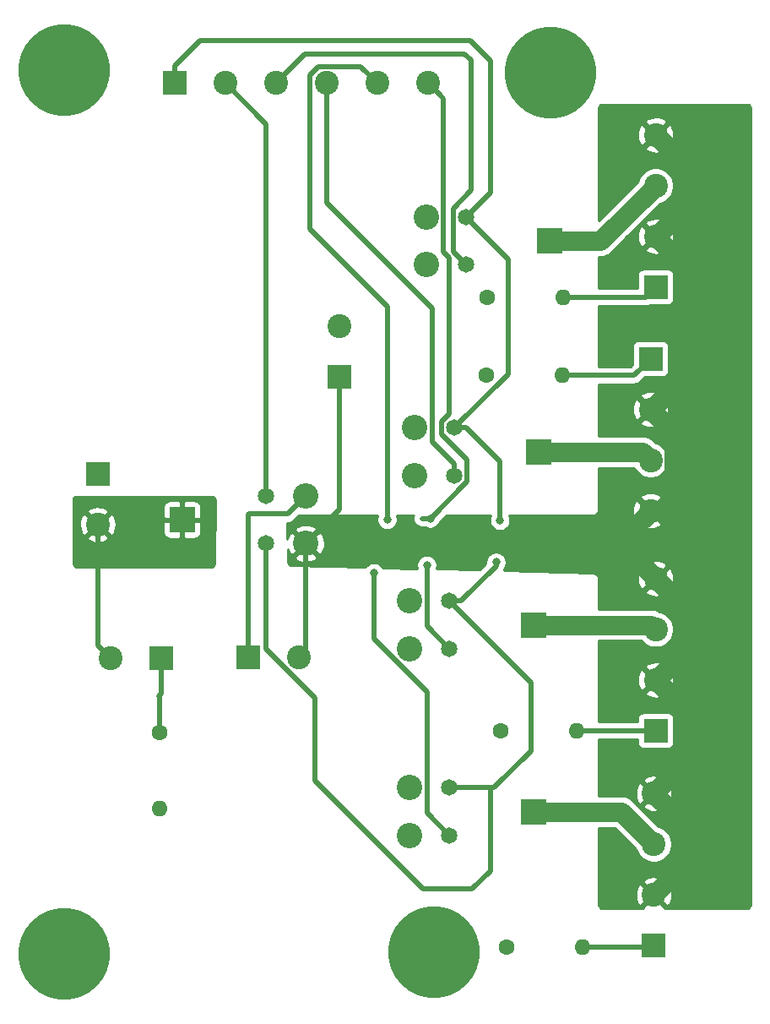
<source format=gbr>
G04 #@! TF.GenerationSoftware,KiCad,Pcbnew,(5.1.4)-1*
G04 #@! TF.CreationDate,2023-06-30T15:23:11-04:00*
G04 #@! TF.ProjectId,4ChWirelessLaunchController,34436857-6972-4656-9c65-73734c61756e,rev?*
G04 #@! TF.SameCoordinates,Original*
G04 #@! TF.FileFunction,Copper,L1,Top*
G04 #@! TF.FilePolarity,Positive*
%FSLAX46Y46*%
G04 Gerber Fmt 4.6, Leading zero omitted, Abs format (unit mm)*
G04 Created by KiCad (PCBNEW (5.1.4)-1) date 2023-06-30 15:23:11*
%MOMM*%
%LPD*%
G04 APERTURE LIST*
%ADD10C,9.200000*%
%ADD11R,2.400000X2.400000*%
%ADD12C,2.400000*%
%ADD13O,1.600000X1.600000*%
%ADD14C,1.600000*%
%ADD15C,2.550000*%
%ADD16R,2.550000X2.550000*%
%ADD17C,1.650000*%
%ADD18C,0.800000*%
%ADD19C,0.508000*%
%ADD20C,1.905000*%
%ADD21C,0.254000*%
G04 APERTURE END LIST*
D10*
X107188000Y-220472000D03*
X118872000Y-132334000D03*
X70104000Y-220662500D03*
X70104000Y-132080000D03*
D11*
X79819500Y-191071500D03*
D12*
X74739500Y-191071500D03*
D13*
X121475500Y-198310500D03*
D14*
X113855500Y-198310500D03*
D13*
X122110500Y-219964000D03*
D14*
X114490500Y-219964000D03*
D13*
X120078500Y-162687000D03*
D14*
X112458500Y-162687000D03*
D13*
X120142000Y-154876500D03*
D14*
X112522000Y-154876500D03*
D13*
X79629000Y-206121000D03*
D14*
X79629000Y-198501000D03*
D15*
X104734500Y-185306000D03*
X104734500Y-190106000D03*
D16*
X117134500Y-187706000D03*
D17*
X108734500Y-185306000D03*
X108734500Y-190106000D03*
D15*
X104734500Y-204038500D03*
X104734500Y-208838500D03*
D16*
X117134500Y-206438500D03*
D17*
X108734500Y-204038500D03*
X108734500Y-208838500D03*
D15*
X105242500Y-167970500D03*
X105242500Y-172770500D03*
D16*
X117642500Y-170370500D03*
D17*
X109242500Y-167970500D03*
X109242500Y-172770500D03*
D15*
X106385500Y-146825000D03*
X106385500Y-151625000D03*
D16*
X118785500Y-149225000D03*
D17*
X110385500Y-146825000D03*
X110385500Y-151625000D03*
D15*
X94338000Y-179565000D03*
X94338000Y-174765000D03*
D16*
X81938000Y-177165000D03*
D17*
X90338000Y-179565000D03*
X90338000Y-174765000D03*
D11*
X88519000Y-190944500D03*
D12*
X93599000Y-190944500D03*
D11*
X97726500Y-162877500D03*
D12*
X97726500Y-157797500D03*
D11*
X129413000Y-198310500D03*
D12*
X129413000Y-193230500D03*
X129413000Y-188150500D03*
X129413000Y-183070500D03*
D11*
X129222500Y-219837000D03*
D12*
X129222500Y-214757000D03*
X129222500Y-209677000D03*
X129222500Y-204597000D03*
D11*
X128905000Y-161036000D03*
D12*
X128905000Y-166116000D03*
X128905000Y-171196000D03*
X128905000Y-176276000D03*
D11*
X129413000Y-153860500D03*
D12*
X129413000Y-148780500D03*
X129413000Y-143700500D03*
X129413000Y-138620500D03*
D11*
X81153000Y-133413500D03*
D12*
X86233000Y-133413500D03*
X91313000Y-133413500D03*
X96393000Y-133413500D03*
X101473000Y-133413500D03*
X106553000Y-133413500D03*
D11*
X73469500Y-172593000D03*
D12*
X73469500Y-177673000D03*
D18*
X113411000Y-181419500D03*
X113792000Y-177228500D03*
X101155500Y-182499000D03*
X102489000Y-177165000D03*
X106807000Y-177038000D03*
X106463501Y-181711001D03*
D19*
X73469500Y-189801500D02*
X74739500Y-191071500D01*
X73469500Y-177673000D02*
X73469500Y-189801500D01*
X81153000Y-131705500D02*
X83699500Y-129159000D01*
X81153000Y-133413500D02*
X81153000Y-131705500D01*
X83699500Y-129159000D02*
X110807500Y-129159000D01*
X110807500Y-129159000D02*
X112839500Y-131191000D01*
X112839500Y-144371000D02*
X110385500Y-146825000D01*
X112839500Y-131191000D02*
X112839500Y-144371000D01*
X110385500Y-146825000D02*
X114617500Y-151057000D01*
X114617500Y-162595500D02*
X109242500Y-167970500D01*
X114617500Y-151057000D02*
X114617500Y-162595500D01*
X110409226Y-167970500D02*
X113792000Y-171353274D01*
X109242500Y-167970500D02*
X110409226Y-167970500D01*
X113792000Y-171353274D02*
X113792000Y-177228500D01*
X109901226Y-185306000D02*
X113411000Y-181796226D01*
X108734500Y-185306000D02*
X109901226Y-185306000D01*
X113411000Y-181796226D02*
X113411000Y-181419500D01*
X113411000Y-181419500D02*
X113411000Y-181419500D01*
X113792000Y-177228500D02*
X113792000Y-177228500D01*
X116903500Y-200342500D02*
X113207500Y-204038500D01*
X108734500Y-185306000D02*
X116903500Y-193475000D01*
X90338000Y-190131422D02*
X95215078Y-195008500D01*
X90338000Y-179565000D02*
X90338000Y-190131422D01*
X116903500Y-193475000D02*
X116903500Y-200342500D01*
X95215078Y-195008500D02*
X95215078Y-203355578D01*
X95215078Y-203355578D02*
X106045000Y-214185500D01*
X106045000Y-214185500D02*
X110998000Y-214185500D01*
X112826500Y-212357000D02*
X112826500Y-204038500D01*
X110998000Y-214185500D02*
X112826500Y-212357000D01*
X113207500Y-204038500D02*
X112826500Y-204038500D01*
X112826500Y-204038500D02*
X108734500Y-204038500D01*
X90338000Y-137518500D02*
X86233000Y-133413500D01*
X90338000Y-174765000D02*
X90338000Y-137518500D01*
X110236000Y-130492500D02*
X94234000Y-130492500D01*
X110871000Y-131127500D02*
X110236000Y-130492500D01*
X110934500Y-144145000D02*
X110934500Y-133604000D01*
X110934500Y-133604000D02*
X110871000Y-133540500D01*
X94234000Y-130492500D02*
X91313000Y-133413500D01*
X110871000Y-133540500D02*
X110871000Y-131127500D01*
X109106499Y-145973001D02*
X110934500Y-144145000D01*
X109106499Y-150345999D02*
X109106499Y-145973001D01*
X110385500Y-151625000D02*
X109106499Y-150345999D01*
X106971501Y-169332775D02*
X106971501Y-155993501D01*
X109242500Y-172770500D02*
X109242500Y-171603774D01*
X109242500Y-171603774D02*
X106971501Y-169332775D01*
X96393000Y-145415000D02*
X96393000Y-133413500D01*
X106971501Y-155993501D02*
X96393000Y-145415000D01*
X94738999Y-132619579D02*
X94738999Y-148015499D01*
X95599079Y-131759499D02*
X94738999Y-132619579D01*
X101473000Y-133413500D02*
X99818999Y-131759499D01*
X99818999Y-131759499D02*
X95599079Y-131759499D01*
X94738999Y-148015499D02*
X102552500Y-155829000D01*
X102552500Y-155829000D02*
X102552500Y-176657000D01*
X106463501Y-194393923D02*
X101155500Y-189085922D01*
X108734500Y-208838500D02*
X106463501Y-206567501D01*
X106463501Y-206567501D02*
X106463501Y-194393923D01*
X101155500Y-189085922D02*
X101155500Y-182499000D01*
X101155500Y-182499000D02*
X101155500Y-182499000D01*
X102552500Y-176657000D02*
X102552500Y-177101500D01*
X110521501Y-173384421D02*
X106867922Y-177038000D01*
X108712000Y-166608078D02*
X107963499Y-167356579D01*
X107963499Y-167356579D02*
X107963499Y-168584421D01*
X107963499Y-168584421D02*
X110521501Y-171142423D01*
X110521501Y-171142423D02*
X110521501Y-173384421D01*
X106867922Y-177038000D02*
X106807000Y-177038000D01*
X106463501Y-187835001D02*
X106463501Y-181711001D01*
X108734500Y-190106000D02*
X106463501Y-187835001D01*
X106807000Y-177038000D02*
X105981500Y-177038000D01*
X106463501Y-181711001D02*
X106463501Y-181711001D01*
X107752999Y-134613499D02*
X106553000Y-133413500D01*
X108114501Y-134975001D02*
X107752999Y-134613499D01*
X108114501Y-150355278D02*
X108114501Y-134975001D01*
X108712000Y-150952777D02*
X108114501Y-150355278D01*
X108712000Y-166608078D02*
X108712000Y-150952777D01*
X128397000Y-154876500D02*
X129413000Y-153860500D01*
X120142000Y-154876500D02*
X128397000Y-154876500D01*
D20*
X125616000Y-179565000D02*
X128905000Y-176276000D01*
X130104999Y-167315999D02*
X128905000Y-166116000D01*
X131257501Y-168468501D02*
X130104999Y-167315999D01*
X131257501Y-175620555D02*
X131257501Y-168468501D01*
X130602056Y-176276000D02*
X131257501Y-175620555D01*
X128905000Y-176276000D02*
X130602056Y-176276000D01*
X133985000Y-161036000D02*
X133985000Y-151384000D01*
X128905000Y-166116000D02*
X133985000Y-161036000D01*
X132016500Y-151384000D02*
X129413000Y-148780500D01*
X133985000Y-151384000D02*
X132016500Y-151384000D01*
X129413000Y-148780500D02*
X133604000Y-144589500D01*
X133604000Y-142811500D02*
X129413000Y-138620500D01*
X133604000Y-144589500D02*
X133604000Y-142811500D01*
X125907500Y-179565000D02*
X129413000Y-183070500D01*
X125616000Y-179565000D02*
X125907500Y-179565000D01*
X129413000Y-183070500D02*
X133413500Y-187071000D01*
X133413500Y-189230000D02*
X129413000Y-193230500D01*
X133413500Y-187071000D02*
X133413500Y-189230000D01*
X130612999Y-194430499D02*
X130866999Y-194430499D01*
X129413000Y-193230500D02*
X130612999Y-194430499D01*
X130866999Y-194430499D02*
X133540500Y-197104000D01*
X133540500Y-200279000D02*
X129222500Y-204597000D01*
X133540500Y-197104000D02*
X133540500Y-200279000D01*
X129222500Y-204597000D02*
X132461000Y-207835500D01*
X132461000Y-207835500D02*
X132461000Y-213042500D01*
X130937000Y-213042500D02*
X129222500Y-214757000D01*
X132461000Y-213042500D02*
X130937000Y-213042500D01*
D19*
X94338000Y-190205500D02*
X93599000Y-190944500D01*
X94338000Y-179565000D02*
X94338000Y-190205500D01*
X97726500Y-173255500D02*
X97726500Y-162877500D01*
X95612999Y-178290001D02*
X95612999Y-178262501D01*
X94338000Y-179565000D02*
X95612999Y-178290001D01*
X97726500Y-176149000D02*
X97726500Y-173255500D01*
X95612999Y-178262501D02*
X97726500Y-176149000D01*
D20*
X123888500Y-149225000D02*
X129413000Y-143700500D01*
X118785500Y-149225000D02*
X123888500Y-149225000D01*
D19*
X127254000Y-162687000D02*
X128905000Y-161036000D01*
X120078500Y-162687000D02*
X127254000Y-162687000D01*
D20*
X128079500Y-170370500D02*
X128905000Y-171196000D01*
X117642500Y-170370500D02*
X128079500Y-170370500D01*
D19*
X129095500Y-219964000D02*
X129222500Y-219837000D01*
X122110500Y-219964000D02*
X129095500Y-219964000D01*
D20*
X117134500Y-206438500D02*
X125984000Y-206438500D01*
X125984000Y-206438500D02*
X129222500Y-209677000D01*
D19*
X121475500Y-198310500D02*
X129413000Y-198310500D01*
D20*
X128968500Y-187706000D02*
X129413000Y-188150500D01*
X117134500Y-187706000D02*
X128968500Y-187706000D01*
D19*
X94338000Y-174765000D02*
X92509500Y-176593500D01*
X92509500Y-176593500D02*
X88646000Y-176593500D01*
X88519000Y-176720500D02*
X88519000Y-190944500D01*
X88646000Y-176593500D02*
X88519000Y-176720500D01*
X79819500Y-194627500D02*
X79565500Y-194881500D01*
X79819500Y-191071500D02*
X79819500Y-194627500D01*
X79629000Y-194945000D02*
X79629000Y-198501000D01*
X79565500Y-194881500D02*
X79629000Y-194945000D01*
D21*
G36*
X132972714Y-174306433D02*
G01*
X133282478Y-184652569D01*
X130432156Y-184536702D01*
X130511374Y-184348480D01*
X129413000Y-183250105D01*
X128314626Y-184348480D01*
X128358364Y-184452402D01*
X125732382Y-184345655D01*
X125756003Y-183125184D01*
X127569933Y-183125184D01*
X127616015Y-183483698D01*
X127731154Y-183826333D01*
X127850164Y-184048986D01*
X128135020Y-184168874D01*
X129233395Y-183070500D01*
X129592605Y-183070500D01*
X130690980Y-184168874D01*
X130975836Y-184048986D01*
X131136699Y-183725290D01*
X131231322Y-183376431D01*
X131256067Y-183015816D01*
X131209985Y-182657302D01*
X131094846Y-182314667D01*
X130975836Y-182092014D01*
X130690980Y-181972126D01*
X129592605Y-183070500D01*
X129233395Y-183070500D01*
X128135020Y-181972126D01*
X127850164Y-182092014D01*
X127689301Y-182415710D01*
X127594678Y-182764569D01*
X127569933Y-183125184D01*
X125756003Y-183125184D01*
X125781796Y-181792520D01*
X128314626Y-181792520D01*
X129413000Y-182890895D01*
X130511374Y-181792520D01*
X130391486Y-181507664D01*
X130067790Y-181346801D01*
X129718931Y-181252178D01*
X129358316Y-181227433D01*
X128999802Y-181273515D01*
X128657167Y-181388654D01*
X128434514Y-181507664D01*
X128314626Y-181792520D01*
X125781796Y-181792520D01*
X125863833Y-177553980D01*
X127806626Y-177553980D01*
X127926514Y-177838836D01*
X128250210Y-177999699D01*
X128599069Y-178094322D01*
X128959684Y-178119067D01*
X129318198Y-178072985D01*
X129660833Y-177957846D01*
X129883486Y-177838836D01*
X130003374Y-177553980D01*
X128905000Y-176455605D01*
X127806626Y-177553980D01*
X125863833Y-177553980D01*
X125887510Y-176330684D01*
X127061933Y-176330684D01*
X127108015Y-176689198D01*
X127223154Y-177031833D01*
X127342164Y-177254486D01*
X127627020Y-177374374D01*
X128725395Y-176276000D01*
X129084605Y-176276000D01*
X130182980Y-177374374D01*
X130467836Y-177254486D01*
X130628699Y-176930790D01*
X130723322Y-176581931D01*
X130748067Y-176221316D01*
X130701985Y-175862802D01*
X130586846Y-175520167D01*
X130467836Y-175297514D01*
X130182980Y-175177626D01*
X129084605Y-176276000D01*
X128725395Y-176276000D01*
X127627020Y-175177626D01*
X127342164Y-175297514D01*
X127181301Y-175621210D01*
X127086678Y-175970069D01*
X127061933Y-176330684D01*
X125887510Y-176330684D01*
X125913303Y-174998020D01*
X127806626Y-174998020D01*
X128905000Y-176096395D01*
X130003374Y-174998020D01*
X129883486Y-174713164D01*
X129559790Y-174552301D01*
X129210931Y-174457678D01*
X128850316Y-174432933D01*
X128491802Y-174479015D01*
X128149167Y-174594154D01*
X127926514Y-174713164D01*
X127806626Y-174998020D01*
X125913303Y-174998020D01*
X125920476Y-174627458D01*
X125920500Y-174625000D01*
X125920500Y-174245109D01*
X132972714Y-174306433D01*
X132972714Y-174306433D01*
G37*
X132972714Y-174306433D02*
X133282478Y-184652569D01*
X130432156Y-184536702D01*
X130511374Y-184348480D01*
X129413000Y-183250105D01*
X128314626Y-184348480D01*
X128358364Y-184452402D01*
X125732382Y-184345655D01*
X125756003Y-183125184D01*
X127569933Y-183125184D01*
X127616015Y-183483698D01*
X127731154Y-183826333D01*
X127850164Y-184048986D01*
X128135020Y-184168874D01*
X129233395Y-183070500D01*
X129592605Y-183070500D01*
X130690980Y-184168874D01*
X130975836Y-184048986D01*
X131136699Y-183725290D01*
X131231322Y-183376431D01*
X131256067Y-183015816D01*
X131209985Y-182657302D01*
X131094846Y-182314667D01*
X130975836Y-182092014D01*
X130690980Y-181972126D01*
X129592605Y-183070500D01*
X129233395Y-183070500D01*
X128135020Y-181972126D01*
X127850164Y-182092014D01*
X127689301Y-182415710D01*
X127594678Y-182764569D01*
X127569933Y-183125184D01*
X125756003Y-183125184D01*
X125781796Y-181792520D01*
X128314626Y-181792520D01*
X129413000Y-182890895D01*
X130511374Y-181792520D01*
X130391486Y-181507664D01*
X130067790Y-181346801D01*
X129718931Y-181252178D01*
X129358316Y-181227433D01*
X128999802Y-181273515D01*
X128657167Y-181388654D01*
X128434514Y-181507664D01*
X128314626Y-181792520D01*
X125781796Y-181792520D01*
X125863833Y-177553980D01*
X127806626Y-177553980D01*
X127926514Y-177838836D01*
X128250210Y-177999699D01*
X128599069Y-178094322D01*
X128959684Y-178119067D01*
X129318198Y-178072985D01*
X129660833Y-177957846D01*
X129883486Y-177838836D01*
X130003374Y-177553980D01*
X128905000Y-176455605D01*
X127806626Y-177553980D01*
X125863833Y-177553980D01*
X125887510Y-176330684D01*
X127061933Y-176330684D01*
X127108015Y-176689198D01*
X127223154Y-177031833D01*
X127342164Y-177254486D01*
X127627020Y-177374374D01*
X128725395Y-176276000D01*
X129084605Y-176276000D01*
X130182980Y-177374374D01*
X130467836Y-177254486D01*
X130628699Y-176930790D01*
X130723322Y-176581931D01*
X130748067Y-176221316D01*
X130701985Y-175862802D01*
X130586846Y-175520167D01*
X130467836Y-175297514D01*
X130182980Y-175177626D01*
X129084605Y-176276000D01*
X128725395Y-176276000D01*
X127627020Y-175177626D01*
X127342164Y-175297514D01*
X127181301Y-175621210D01*
X127086678Y-175970069D01*
X127061933Y-176330684D01*
X125887510Y-176330684D01*
X125913303Y-174998020D01*
X127806626Y-174998020D01*
X128905000Y-176096395D01*
X130003374Y-174998020D01*
X129883486Y-174713164D01*
X129559790Y-174552301D01*
X129210931Y-174457678D01*
X128850316Y-174432933D01*
X128491802Y-174479015D01*
X128149167Y-174594154D01*
X127926514Y-174713164D01*
X127806626Y-174998020D01*
X125913303Y-174998020D01*
X125920476Y-174627458D01*
X125920500Y-174625000D01*
X125920500Y-174245109D01*
X132972714Y-174306433D01*
G36*
X138655325Y-135586540D02*
G01*
X138746951Y-135624493D01*
X138825632Y-135684868D01*
X138886007Y-135763549D01*
X138923960Y-135855175D01*
X138938000Y-135961821D01*
X138938000Y-215701179D01*
X138923960Y-215807825D01*
X138886007Y-215899451D01*
X138825632Y-215978132D01*
X138746951Y-216038507D01*
X138655325Y-216076460D01*
X138548679Y-216090500D01*
X130297507Y-216090500D01*
X130320874Y-216034980D01*
X129222500Y-214936605D01*
X128124126Y-216034980D01*
X128147493Y-216090500D01*
X124087321Y-216090500D01*
X123980675Y-216076460D01*
X123889049Y-216038507D01*
X123810368Y-215978132D01*
X123749993Y-215899451D01*
X123712040Y-215807825D01*
X123698000Y-215701179D01*
X123698000Y-214811684D01*
X127379433Y-214811684D01*
X127425515Y-215170198D01*
X127540654Y-215512833D01*
X127659664Y-215735486D01*
X127944520Y-215855374D01*
X129042895Y-214757000D01*
X129402105Y-214757000D01*
X130500480Y-215855374D01*
X130785336Y-215735486D01*
X130946199Y-215411790D01*
X131040822Y-215062931D01*
X131065567Y-214702316D01*
X131019485Y-214343802D01*
X130904346Y-214001167D01*
X130785336Y-213778514D01*
X130500480Y-213658626D01*
X129402105Y-214757000D01*
X129042895Y-214757000D01*
X127944520Y-213658626D01*
X127659664Y-213778514D01*
X127498801Y-214102210D01*
X127404178Y-214451069D01*
X127379433Y-214811684D01*
X123698000Y-214811684D01*
X123698000Y-213479020D01*
X128124126Y-213479020D01*
X129222500Y-214577395D01*
X130320874Y-213479020D01*
X130200986Y-213194164D01*
X129877290Y-213033301D01*
X129528431Y-212938678D01*
X129167816Y-212913933D01*
X128809302Y-212960015D01*
X128466667Y-213075154D01*
X128244014Y-213194164D01*
X128124126Y-213479020D01*
X123698000Y-213479020D01*
X123698000Y-208026000D01*
X125326437Y-208026000D01*
X127444444Y-210144008D01*
X127458018Y-210212250D01*
X127596344Y-210546199D01*
X127797162Y-210846744D01*
X128052756Y-211102338D01*
X128353301Y-211303156D01*
X128687250Y-211441482D01*
X129041768Y-211512000D01*
X129403232Y-211512000D01*
X129757750Y-211441482D01*
X130091699Y-211303156D01*
X130392244Y-211102338D01*
X130647838Y-210846744D01*
X130848656Y-210546199D01*
X130986982Y-210212250D01*
X131057500Y-209857732D01*
X131057500Y-209496268D01*
X130986982Y-209141750D01*
X130848656Y-208807801D01*
X130647838Y-208507256D01*
X130392244Y-208251662D01*
X130091699Y-208050844D01*
X129757750Y-207912518D01*
X129689508Y-207898944D01*
X127665544Y-205874980D01*
X128124126Y-205874980D01*
X128244014Y-206159836D01*
X128567710Y-206320699D01*
X128916569Y-206415322D01*
X129277184Y-206440067D01*
X129635698Y-206393985D01*
X129978333Y-206278846D01*
X130200986Y-206159836D01*
X130320874Y-205874980D01*
X129222500Y-204776605D01*
X128124126Y-205874980D01*
X127665544Y-205874980D01*
X127161680Y-205371117D01*
X127111963Y-205310537D01*
X126870235Y-205112155D01*
X126594449Y-204964745D01*
X126295204Y-204873970D01*
X126061986Y-204851000D01*
X126061979Y-204851000D01*
X125984000Y-204843320D01*
X125906021Y-204851000D01*
X123698000Y-204851000D01*
X123698000Y-204651684D01*
X127379433Y-204651684D01*
X127425515Y-205010198D01*
X127540654Y-205352833D01*
X127659664Y-205575486D01*
X127944520Y-205695374D01*
X129042895Y-204597000D01*
X129402105Y-204597000D01*
X130500480Y-205695374D01*
X130785336Y-205575486D01*
X130946199Y-205251790D01*
X131040822Y-204902931D01*
X131065567Y-204542316D01*
X131019485Y-204183802D01*
X130904346Y-203841167D01*
X130785336Y-203618514D01*
X130500480Y-203498626D01*
X129402105Y-204597000D01*
X129042895Y-204597000D01*
X127944520Y-203498626D01*
X127659664Y-203618514D01*
X127498801Y-203942210D01*
X127404178Y-204291069D01*
X127379433Y-204651684D01*
X123698000Y-204651684D01*
X123698000Y-203319020D01*
X128124126Y-203319020D01*
X129222500Y-204417395D01*
X130320874Y-203319020D01*
X130200986Y-203034164D01*
X129877290Y-202873301D01*
X129528431Y-202778678D01*
X129167816Y-202753933D01*
X128809302Y-202800015D01*
X128466667Y-202915154D01*
X128244014Y-203034164D01*
X128124126Y-203319020D01*
X123698000Y-203319020D01*
X123698000Y-199199500D01*
X127574928Y-199199500D01*
X127574928Y-199510500D01*
X127587188Y-199634982D01*
X127623498Y-199754680D01*
X127682463Y-199864994D01*
X127761815Y-199961685D01*
X127858506Y-200041037D01*
X127968820Y-200100002D01*
X128088518Y-200136312D01*
X128213000Y-200148572D01*
X130613000Y-200148572D01*
X130737482Y-200136312D01*
X130857180Y-200100002D01*
X130967494Y-200041037D01*
X131064185Y-199961685D01*
X131143537Y-199864994D01*
X131202502Y-199754680D01*
X131238812Y-199634982D01*
X131251072Y-199510500D01*
X131251072Y-197110500D01*
X131238812Y-196986018D01*
X131202502Y-196866320D01*
X131143537Y-196756006D01*
X131064185Y-196659315D01*
X130967494Y-196579963D01*
X130857180Y-196520998D01*
X130737482Y-196484688D01*
X130613000Y-196472428D01*
X128213000Y-196472428D01*
X128088518Y-196484688D01*
X127968820Y-196520998D01*
X127858506Y-196579963D01*
X127761815Y-196659315D01*
X127682463Y-196756006D01*
X127623498Y-196866320D01*
X127587188Y-196986018D01*
X127574928Y-197110500D01*
X127574928Y-197421500D01*
X123698000Y-197421500D01*
X123698000Y-194508480D01*
X128314626Y-194508480D01*
X128434514Y-194793336D01*
X128758210Y-194954199D01*
X129107069Y-195048822D01*
X129467684Y-195073567D01*
X129826198Y-195027485D01*
X130168833Y-194912346D01*
X130391486Y-194793336D01*
X130511374Y-194508480D01*
X129413000Y-193410105D01*
X128314626Y-194508480D01*
X123698000Y-194508480D01*
X123698000Y-193285184D01*
X127569933Y-193285184D01*
X127616015Y-193643698D01*
X127731154Y-193986333D01*
X127850164Y-194208986D01*
X128135020Y-194328874D01*
X129233395Y-193230500D01*
X129592605Y-193230500D01*
X130690980Y-194328874D01*
X130975836Y-194208986D01*
X131136699Y-193885290D01*
X131231322Y-193536431D01*
X131256067Y-193175816D01*
X131209985Y-192817302D01*
X131094846Y-192474667D01*
X130975836Y-192252014D01*
X130690980Y-192132126D01*
X129592605Y-193230500D01*
X129233395Y-193230500D01*
X128135020Y-192132126D01*
X127850164Y-192252014D01*
X127689301Y-192575710D01*
X127594678Y-192924569D01*
X127569933Y-193285184D01*
X123698000Y-193285184D01*
X123698000Y-191952520D01*
X128314626Y-191952520D01*
X129413000Y-193050895D01*
X130511374Y-191952520D01*
X130391486Y-191667664D01*
X130067790Y-191506801D01*
X129718931Y-191412178D01*
X129358316Y-191387433D01*
X128999802Y-191433515D01*
X128657167Y-191548654D01*
X128434514Y-191667664D01*
X128314626Y-191952520D01*
X123698000Y-191952520D01*
X123698000Y-189293500D01*
X127969792Y-189293500D01*
X127987662Y-189320244D01*
X128243256Y-189575838D01*
X128543801Y-189776656D01*
X128877750Y-189914982D01*
X129232268Y-189985500D01*
X129593732Y-189985500D01*
X129948250Y-189914982D01*
X130282199Y-189776656D01*
X130582744Y-189575838D01*
X130838338Y-189320244D01*
X131039156Y-189019699D01*
X131177482Y-188685750D01*
X131248000Y-188331232D01*
X131248000Y-187969768D01*
X131177482Y-187615250D01*
X131039156Y-187281301D01*
X130838338Y-186980756D01*
X130582744Y-186725162D01*
X130282199Y-186524344D01*
X129948250Y-186386018D01*
X129818268Y-186360163D01*
X129578949Y-186232245D01*
X129279704Y-186141470D01*
X129046486Y-186118500D01*
X129046479Y-186118500D01*
X128968500Y-186110820D01*
X128890521Y-186118500D01*
X123698000Y-186118500D01*
X123698000Y-184348480D01*
X128314626Y-184348480D01*
X128434514Y-184633336D01*
X128758210Y-184794199D01*
X129107069Y-184888822D01*
X129467684Y-184913567D01*
X129826198Y-184867485D01*
X130168833Y-184752346D01*
X130391486Y-184633336D01*
X130511374Y-184348480D01*
X129413000Y-183250105D01*
X128314626Y-184348480D01*
X123698000Y-184348480D01*
X123698000Y-183125184D01*
X127569933Y-183125184D01*
X127616015Y-183483698D01*
X127731154Y-183826333D01*
X127850164Y-184048986D01*
X128135020Y-184168874D01*
X129233395Y-183070500D01*
X129592605Y-183070500D01*
X130690980Y-184168874D01*
X130975836Y-184048986D01*
X131136699Y-183725290D01*
X131231322Y-183376431D01*
X131256067Y-183015816D01*
X131209985Y-182657302D01*
X131094846Y-182314667D01*
X130975836Y-182092014D01*
X130690980Y-181972126D01*
X129592605Y-183070500D01*
X129233395Y-183070500D01*
X128135020Y-181972126D01*
X127850164Y-182092014D01*
X127689301Y-182415710D01*
X127594678Y-182764569D01*
X127569933Y-183125184D01*
X123698000Y-183125184D01*
X123698000Y-183092387D01*
X123696946Y-183076057D01*
X123680147Y-182946498D01*
X123671817Y-182914917D01*
X123622531Y-182793926D01*
X123606422Y-182765513D01*
X123527909Y-182661094D01*
X123505088Y-182637731D01*
X123402541Y-182556788D01*
X123374515Y-182540016D01*
X123254715Y-182487903D01*
X123223337Y-182478834D01*
X123094208Y-182458999D01*
X123077908Y-182457562D01*
X114177257Y-182248545D01*
X114236303Y-182138077D01*
X114286736Y-181971819D01*
X114328205Y-181909756D01*
X114376766Y-181792520D01*
X128314626Y-181792520D01*
X129413000Y-182890895D01*
X130511374Y-181792520D01*
X130391486Y-181507664D01*
X130067790Y-181346801D01*
X129718931Y-181252178D01*
X129358316Y-181227433D01*
X128999802Y-181273515D01*
X128657167Y-181388654D01*
X128434514Y-181507664D01*
X128314626Y-181792520D01*
X114376766Y-181792520D01*
X114406226Y-181721398D01*
X114446000Y-181521439D01*
X114446000Y-181317561D01*
X114406226Y-181117602D01*
X114328205Y-180929244D01*
X114214937Y-180759726D01*
X114070774Y-180615563D01*
X113901256Y-180502295D01*
X113712898Y-180424274D01*
X113512939Y-180384500D01*
X113309061Y-180384500D01*
X113109102Y-180424274D01*
X112920744Y-180502295D01*
X112751226Y-180615563D01*
X112607063Y-180759726D01*
X112493795Y-180929244D01*
X112415774Y-181117602D01*
X112376000Y-181317561D01*
X112376000Y-181521439D01*
X112384719Y-181565271D01*
X111758252Y-182191738D01*
X107426782Y-182090021D01*
X107458727Y-182012899D01*
X107498501Y-181812940D01*
X107498501Y-181609062D01*
X107458727Y-181409103D01*
X107380706Y-181220745D01*
X107267438Y-181051227D01*
X107123275Y-180907064D01*
X106953757Y-180793796D01*
X106765399Y-180715775D01*
X106565440Y-180676001D01*
X106361562Y-180676001D01*
X106161603Y-180715775D01*
X105973245Y-180793796D01*
X105803727Y-180907064D01*
X105659564Y-181051227D01*
X105546296Y-181220745D01*
X105468275Y-181409103D01*
X105428501Y-181609062D01*
X105428501Y-181812940D01*
X105468275Y-182012899D01*
X105481296Y-182044334D01*
X102042527Y-181963580D01*
X101959437Y-181839226D01*
X101815274Y-181695063D01*
X101645756Y-181581795D01*
X101457398Y-181503774D01*
X101257439Y-181464000D01*
X101053561Y-181464000D01*
X100853602Y-181503774D01*
X100665244Y-181581795D01*
X100495726Y-181695063D01*
X100351563Y-181839226D01*
X100295879Y-181922563D01*
X92895378Y-181748774D01*
X92771394Y-181726596D01*
X92668664Y-181672582D01*
X92587063Y-181590044D01*
X92534226Y-181486699D01*
X92513467Y-181362475D01*
X92507852Y-180896415D01*
X93186190Y-180896415D01*
X93315116Y-181188945D01*
X93651586Y-181357296D01*
X94014435Y-181456771D01*
X94389718Y-181483545D01*
X94763015Y-181436591D01*
X95119978Y-181317713D01*
X95360884Y-181188945D01*
X95489810Y-180896415D01*
X94338000Y-179744605D01*
X93186190Y-180896415D01*
X92507852Y-180896415D01*
X92498077Y-180085106D01*
X92585287Y-180346978D01*
X92714055Y-180587884D01*
X93006585Y-180716810D01*
X94158395Y-179565000D01*
X94517605Y-179565000D01*
X95669415Y-180716810D01*
X95961945Y-180587884D01*
X96130296Y-180251414D01*
X96229771Y-179888565D01*
X96256545Y-179513282D01*
X96209591Y-179139985D01*
X96090713Y-178783022D01*
X95961945Y-178542116D01*
X95669415Y-178413190D01*
X94517605Y-179565000D01*
X94158395Y-179565000D01*
X93006585Y-178413190D01*
X92714055Y-178542116D01*
X92545704Y-178878586D01*
X92486157Y-179095791D01*
X92475770Y-178233585D01*
X93186190Y-178233585D01*
X94338000Y-179385395D01*
X95489810Y-178233585D01*
X95360884Y-177941055D01*
X95024414Y-177772704D01*
X94661565Y-177673229D01*
X94286282Y-177646455D01*
X93912985Y-177693409D01*
X93556022Y-177812287D01*
X93315116Y-177941055D01*
X93186190Y-178233585D01*
X92475770Y-178233585D01*
X92466721Y-177482587D01*
X92509500Y-177486800D01*
X92553160Y-177482500D01*
X92553167Y-177482500D01*
X92683774Y-177469636D01*
X92851351Y-177418803D01*
X93005791Y-177336253D01*
X93141159Y-177225159D01*
X93168999Y-177191236D01*
X93637191Y-176723045D01*
X101545415Y-176738431D01*
X101493774Y-176863102D01*
X101454000Y-177063061D01*
X101454000Y-177266939D01*
X101493774Y-177466898D01*
X101571795Y-177655256D01*
X101685063Y-177824774D01*
X101829226Y-177968937D01*
X101998744Y-178082205D01*
X102187102Y-178160226D01*
X102387061Y-178200000D01*
X102590939Y-178200000D01*
X102790898Y-178160226D01*
X102979256Y-178082205D01*
X103148774Y-177968937D01*
X103292937Y-177824774D01*
X103406205Y-177655256D01*
X103484226Y-177466898D01*
X103524000Y-177266939D01*
X103524000Y-177063061D01*
X103484226Y-176863102D01*
X103441500Y-176759953D01*
X103441500Y-176742120D01*
X105141249Y-176745427D01*
X105105364Y-176863726D01*
X105088199Y-177038000D01*
X105105364Y-177212274D01*
X105156197Y-177379851D01*
X105238747Y-177534291D01*
X105349841Y-177669659D01*
X105485209Y-177780753D01*
X105639649Y-177863303D01*
X105807226Y-177914136D01*
X105937833Y-177927000D01*
X106274532Y-177927000D01*
X106316744Y-177955205D01*
X106505102Y-178033226D01*
X106705061Y-178073000D01*
X106908939Y-178073000D01*
X107108898Y-178033226D01*
X107297256Y-177955205D01*
X107466774Y-177841937D01*
X107610937Y-177697774D01*
X107724205Y-177528256D01*
X107787353Y-177375804D01*
X108411368Y-176751789D01*
X112865595Y-176760455D01*
X112796774Y-176926602D01*
X112757000Y-177126561D01*
X112757000Y-177330439D01*
X112796774Y-177530398D01*
X112874795Y-177718756D01*
X112988063Y-177888274D01*
X113132226Y-178032437D01*
X113301744Y-178145705D01*
X113490102Y-178223726D01*
X113690061Y-178263500D01*
X113893939Y-178263500D01*
X114093898Y-178223726D01*
X114282256Y-178145705D01*
X114451774Y-178032437D01*
X114595937Y-177888274D01*
X114709205Y-177718756D01*
X114777457Y-177553980D01*
X127806626Y-177553980D01*
X127926514Y-177838836D01*
X128250210Y-177999699D01*
X128599069Y-178094322D01*
X128959684Y-178119067D01*
X129318198Y-178072985D01*
X129660833Y-177957846D01*
X129883486Y-177838836D01*
X130003374Y-177553980D01*
X128905000Y-176455605D01*
X127806626Y-177553980D01*
X114777457Y-177553980D01*
X114787226Y-177530398D01*
X114827000Y-177330439D01*
X114827000Y-177126561D01*
X114787226Y-176926602D01*
X114719899Y-176764062D01*
X123061765Y-176780292D01*
X123078364Y-176779235D01*
X123210036Y-176762139D01*
X123242114Y-176753599D01*
X123364859Y-176702966D01*
X123393627Y-176686406D01*
X123499059Y-176605695D01*
X123522554Y-176582246D01*
X123603469Y-176476972D01*
X123620085Y-176448236D01*
X123668844Y-176330684D01*
X127061933Y-176330684D01*
X127108015Y-176689198D01*
X127223154Y-177031833D01*
X127342164Y-177254486D01*
X127627020Y-177374374D01*
X128725395Y-176276000D01*
X129084605Y-176276000D01*
X130182980Y-177374374D01*
X130467836Y-177254486D01*
X130628699Y-176930790D01*
X130723322Y-176581931D01*
X130748067Y-176221316D01*
X130701985Y-175862802D01*
X130586846Y-175520167D01*
X130467836Y-175297514D01*
X130182980Y-175177626D01*
X129084605Y-176276000D01*
X128725395Y-176276000D01*
X127627020Y-175177626D01*
X127342164Y-175297514D01*
X127181301Y-175621210D01*
X127086678Y-175970069D01*
X127061933Y-176330684D01*
X123668844Y-176330684D01*
X123670957Y-176325590D01*
X123679559Y-176293529D01*
X123696911Y-176161890D01*
X123698000Y-176145293D01*
X123698000Y-174998020D01*
X127806626Y-174998020D01*
X128905000Y-176096395D01*
X130003374Y-174998020D01*
X129883486Y-174713164D01*
X129559790Y-174552301D01*
X129210931Y-174457678D01*
X128850316Y-174432933D01*
X128491802Y-174479015D01*
X128149167Y-174594154D01*
X127926514Y-174713164D01*
X127806626Y-174998020D01*
X123698000Y-174998020D01*
X123698000Y-171958000D01*
X127234441Y-171958000D01*
X127278844Y-172065199D01*
X127479662Y-172365744D01*
X127735256Y-172621338D01*
X128035801Y-172822156D01*
X128369750Y-172960482D01*
X128724268Y-173031000D01*
X129085732Y-173031000D01*
X129440250Y-172960482D01*
X129774199Y-172822156D01*
X130074744Y-172621338D01*
X130330338Y-172365744D01*
X130531156Y-172065199D01*
X130669482Y-171731250D01*
X130740000Y-171376732D01*
X130740000Y-171015268D01*
X130669482Y-170660750D01*
X130531156Y-170326801D01*
X130330338Y-170026256D01*
X130074744Y-169770662D01*
X129774199Y-169569844D01*
X129440250Y-169431518D01*
X129372007Y-169417944D01*
X129257180Y-169303117D01*
X129207463Y-169242537D01*
X128965735Y-169044155D01*
X128689949Y-168896745D01*
X128390704Y-168805970D01*
X128157486Y-168783000D01*
X128157479Y-168783000D01*
X128079500Y-168775320D01*
X128001521Y-168783000D01*
X123698000Y-168783000D01*
X123698000Y-167393980D01*
X127806626Y-167393980D01*
X127926514Y-167678836D01*
X128250210Y-167839699D01*
X128599069Y-167934322D01*
X128959684Y-167959067D01*
X129318198Y-167912985D01*
X129660833Y-167797846D01*
X129883486Y-167678836D01*
X130003374Y-167393980D01*
X128905000Y-166295605D01*
X127806626Y-167393980D01*
X123698000Y-167393980D01*
X123698000Y-166170684D01*
X127061933Y-166170684D01*
X127108015Y-166529198D01*
X127223154Y-166871833D01*
X127342164Y-167094486D01*
X127627020Y-167214374D01*
X128725395Y-166116000D01*
X129084605Y-166116000D01*
X130182980Y-167214374D01*
X130467836Y-167094486D01*
X130628699Y-166770790D01*
X130723322Y-166421931D01*
X130748067Y-166061316D01*
X130701985Y-165702802D01*
X130586846Y-165360167D01*
X130467836Y-165137514D01*
X130182980Y-165017626D01*
X129084605Y-166116000D01*
X128725395Y-166116000D01*
X127627020Y-165017626D01*
X127342164Y-165137514D01*
X127181301Y-165461210D01*
X127086678Y-165810069D01*
X127061933Y-166170684D01*
X123698000Y-166170684D01*
X123698000Y-164838020D01*
X127806626Y-164838020D01*
X128905000Y-165936395D01*
X130003374Y-164838020D01*
X129883486Y-164553164D01*
X129559790Y-164392301D01*
X129210931Y-164297678D01*
X128850316Y-164272933D01*
X128491802Y-164319015D01*
X128149167Y-164434154D01*
X127926514Y-164553164D01*
X127806626Y-164838020D01*
X123698000Y-164838020D01*
X123698000Y-163576000D01*
X127210340Y-163576000D01*
X127254000Y-163580300D01*
X127297660Y-163576000D01*
X127297667Y-163576000D01*
X127428274Y-163563136D01*
X127595851Y-163512303D01*
X127750291Y-163429753D01*
X127885659Y-163318659D01*
X127913499Y-163284736D01*
X128324163Y-162874072D01*
X130105000Y-162874072D01*
X130229482Y-162861812D01*
X130349180Y-162825502D01*
X130459494Y-162766537D01*
X130556185Y-162687185D01*
X130635537Y-162590494D01*
X130694502Y-162480180D01*
X130730812Y-162360482D01*
X130743072Y-162236000D01*
X130743072Y-159836000D01*
X130730812Y-159711518D01*
X130694502Y-159591820D01*
X130635537Y-159481506D01*
X130556185Y-159384815D01*
X130459494Y-159305463D01*
X130349180Y-159246498D01*
X130229482Y-159210188D01*
X130105000Y-159197928D01*
X127705000Y-159197928D01*
X127580518Y-159210188D01*
X127460820Y-159246498D01*
X127350506Y-159305463D01*
X127253815Y-159384815D01*
X127174463Y-159481506D01*
X127115498Y-159591820D01*
X127079188Y-159711518D01*
X127066928Y-159836000D01*
X127066928Y-161616837D01*
X126885765Y-161798000D01*
X123698000Y-161798000D01*
X123698000Y-155765500D01*
X128353340Y-155765500D01*
X128397000Y-155769800D01*
X128440660Y-155765500D01*
X128440667Y-155765500D01*
X128571274Y-155752636D01*
X128738851Y-155701803D01*
X128744896Y-155698572D01*
X130613000Y-155698572D01*
X130737482Y-155686312D01*
X130857180Y-155650002D01*
X130967494Y-155591037D01*
X131064185Y-155511685D01*
X131143537Y-155414994D01*
X131202502Y-155304680D01*
X131238812Y-155184982D01*
X131251072Y-155060500D01*
X131251072Y-152660500D01*
X131238812Y-152536018D01*
X131202502Y-152416320D01*
X131143537Y-152306006D01*
X131064185Y-152209315D01*
X130967494Y-152129963D01*
X130857180Y-152070998D01*
X130737482Y-152034688D01*
X130613000Y-152022428D01*
X128213000Y-152022428D01*
X128088518Y-152034688D01*
X127968820Y-152070998D01*
X127858506Y-152129963D01*
X127761815Y-152209315D01*
X127682463Y-152306006D01*
X127623498Y-152416320D01*
X127587188Y-152536018D01*
X127574928Y-152660500D01*
X127574928Y-153987500D01*
X123698000Y-153987500D01*
X123698000Y-150812500D01*
X123810521Y-150812500D01*
X123888500Y-150820180D01*
X123966479Y-150812500D01*
X123966486Y-150812500D01*
X124199704Y-150789530D01*
X124498949Y-150698755D01*
X124774735Y-150551345D01*
X125016463Y-150352963D01*
X125066180Y-150292383D01*
X125300083Y-150058480D01*
X128314626Y-150058480D01*
X128434514Y-150343336D01*
X128758210Y-150504199D01*
X129107069Y-150598822D01*
X129467684Y-150623567D01*
X129826198Y-150577485D01*
X130168833Y-150462346D01*
X130391486Y-150343336D01*
X130511374Y-150058480D01*
X129413000Y-148960105D01*
X128314626Y-150058480D01*
X125300083Y-150058480D01*
X126523379Y-148835184D01*
X127569933Y-148835184D01*
X127616015Y-149193698D01*
X127731154Y-149536333D01*
X127850164Y-149758986D01*
X128135020Y-149878874D01*
X129233395Y-148780500D01*
X129592605Y-148780500D01*
X130690980Y-149878874D01*
X130975836Y-149758986D01*
X131136699Y-149435290D01*
X131231322Y-149086431D01*
X131256067Y-148725816D01*
X131209985Y-148367302D01*
X131094846Y-148024667D01*
X130975836Y-147802014D01*
X130690980Y-147682126D01*
X129592605Y-148780500D01*
X129233395Y-148780500D01*
X128135020Y-147682126D01*
X127850164Y-147802014D01*
X127689301Y-148125710D01*
X127594678Y-148474569D01*
X127569933Y-148835184D01*
X126523379Y-148835184D01*
X127856043Y-147502520D01*
X128314626Y-147502520D01*
X129413000Y-148600895D01*
X130511374Y-147502520D01*
X130391486Y-147217664D01*
X130067790Y-147056801D01*
X129718931Y-146962178D01*
X129358316Y-146937433D01*
X128999802Y-146983515D01*
X128657167Y-147098654D01*
X128434514Y-147217664D01*
X128314626Y-147502520D01*
X127856043Y-147502520D01*
X129880008Y-145478556D01*
X129948250Y-145464982D01*
X130282199Y-145326656D01*
X130582744Y-145125838D01*
X130838338Y-144870244D01*
X131039156Y-144569699D01*
X131177482Y-144235750D01*
X131248000Y-143881232D01*
X131248000Y-143519768D01*
X131177482Y-143165250D01*
X131039156Y-142831301D01*
X130838338Y-142530756D01*
X130582744Y-142275162D01*
X130282199Y-142074344D01*
X129948250Y-141936018D01*
X129593732Y-141865500D01*
X129232268Y-141865500D01*
X128877750Y-141936018D01*
X128543801Y-142074344D01*
X128243256Y-142275162D01*
X127987662Y-142530756D01*
X127786844Y-142831301D01*
X127648518Y-143165250D01*
X127634944Y-143233492D01*
X123698000Y-147170437D01*
X123698000Y-139898480D01*
X128314626Y-139898480D01*
X128434514Y-140183336D01*
X128758210Y-140344199D01*
X129107069Y-140438822D01*
X129467684Y-140463567D01*
X129826198Y-140417485D01*
X130168833Y-140302346D01*
X130391486Y-140183336D01*
X130511374Y-139898480D01*
X129413000Y-138800105D01*
X128314626Y-139898480D01*
X123698000Y-139898480D01*
X123698000Y-138675184D01*
X127569933Y-138675184D01*
X127616015Y-139033698D01*
X127731154Y-139376333D01*
X127850164Y-139598986D01*
X128135020Y-139718874D01*
X129233395Y-138620500D01*
X129592605Y-138620500D01*
X130690980Y-139718874D01*
X130975836Y-139598986D01*
X131136699Y-139275290D01*
X131231322Y-138926431D01*
X131256067Y-138565816D01*
X131209985Y-138207302D01*
X131094846Y-137864667D01*
X130975836Y-137642014D01*
X130690980Y-137522126D01*
X129592605Y-138620500D01*
X129233395Y-138620500D01*
X128135020Y-137522126D01*
X127850164Y-137642014D01*
X127689301Y-137965710D01*
X127594678Y-138314569D01*
X127569933Y-138675184D01*
X123698000Y-138675184D01*
X123698000Y-137342520D01*
X128314626Y-137342520D01*
X129413000Y-138440895D01*
X130511374Y-137342520D01*
X130391486Y-137057664D01*
X130067790Y-136896801D01*
X129718931Y-136802178D01*
X129358316Y-136777433D01*
X128999802Y-136823515D01*
X128657167Y-136938654D01*
X128434514Y-137057664D01*
X128314626Y-137342520D01*
X123698000Y-137342520D01*
X123698000Y-135961821D01*
X123712040Y-135855175D01*
X123749993Y-135763549D01*
X123810368Y-135684868D01*
X123889049Y-135624493D01*
X123980675Y-135586540D01*
X124087321Y-135572500D01*
X138548679Y-135572500D01*
X138655325Y-135586540D01*
X138655325Y-135586540D01*
G37*
X138655325Y-135586540D02*
X138746951Y-135624493D01*
X138825632Y-135684868D01*
X138886007Y-135763549D01*
X138923960Y-135855175D01*
X138938000Y-135961821D01*
X138938000Y-215701179D01*
X138923960Y-215807825D01*
X138886007Y-215899451D01*
X138825632Y-215978132D01*
X138746951Y-216038507D01*
X138655325Y-216076460D01*
X138548679Y-216090500D01*
X130297507Y-216090500D01*
X130320874Y-216034980D01*
X129222500Y-214936605D01*
X128124126Y-216034980D01*
X128147493Y-216090500D01*
X124087321Y-216090500D01*
X123980675Y-216076460D01*
X123889049Y-216038507D01*
X123810368Y-215978132D01*
X123749993Y-215899451D01*
X123712040Y-215807825D01*
X123698000Y-215701179D01*
X123698000Y-214811684D01*
X127379433Y-214811684D01*
X127425515Y-215170198D01*
X127540654Y-215512833D01*
X127659664Y-215735486D01*
X127944520Y-215855374D01*
X129042895Y-214757000D01*
X129402105Y-214757000D01*
X130500480Y-215855374D01*
X130785336Y-215735486D01*
X130946199Y-215411790D01*
X131040822Y-215062931D01*
X131065567Y-214702316D01*
X131019485Y-214343802D01*
X130904346Y-214001167D01*
X130785336Y-213778514D01*
X130500480Y-213658626D01*
X129402105Y-214757000D01*
X129042895Y-214757000D01*
X127944520Y-213658626D01*
X127659664Y-213778514D01*
X127498801Y-214102210D01*
X127404178Y-214451069D01*
X127379433Y-214811684D01*
X123698000Y-214811684D01*
X123698000Y-213479020D01*
X128124126Y-213479020D01*
X129222500Y-214577395D01*
X130320874Y-213479020D01*
X130200986Y-213194164D01*
X129877290Y-213033301D01*
X129528431Y-212938678D01*
X129167816Y-212913933D01*
X128809302Y-212960015D01*
X128466667Y-213075154D01*
X128244014Y-213194164D01*
X128124126Y-213479020D01*
X123698000Y-213479020D01*
X123698000Y-208026000D01*
X125326437Y-208026000D01*
X127444444Y-210144008D01*
X127458018Y-210212250D01*
X127596344Y-210546199D01*
X127797162Y-210846744D01*
X128052756Y-211102338D01*
X128353301Y-211303156D01*
X128687250Y-211441482D01*
X129041768Y-211512000D01*
X129403232Y-211512000D01*
X129757750Y-211441482D01*
X130091699Y-211303156D01*
X130392244Y-211102338D01*
X130647838Y-210846744D01*
X130848656Y-210546199D01*
X130986982Y-210212250D01*
X131057500Y-209857732D01*
X131057500Y-209496268D01*
X130986982Y-209141750D01*
X130848656Y-208807801D01*
X130647838Y-208507256D01*
X130392244Y-208251662D01*
X130091699Y-208050844D01*
X129757750Y-207912518D01*
X129689508Y-207898944D01*
X127665544Y-205874980D01*
X128124126Y-205874980D01*
X128244014Y-206159836D01*
X128567710Y-206320699D01*
X128916569Y-206415322D01*
X129277184Y-206440067D01*
X129635698Y-206393985D01*
X129978333Y-206278846D01*
X130200986Y-206159836D01*
X130320874Y-205874980D01*
X129222500Y-204776605D01*
X128124126Y-205874980D01*
X127665544Y-205874980D01*
X127161680Y-205371117D01*
X127111963Y-205310537D01*
X126870235Y-205112155D01*
X126594449Y-204964745D01*
X126295204Y-204873970D01*
X126061986Y-204851000D01*
X126061979Y-204851000D01*
X125984000Y-204843320D01*
X125906021Y-204851000D01*
X123698000Y-204851000D01*
X123698000Y-204651684D01*
X127379433Y-204651684D01*
X127425515Y-205010198D01*
X127540654Y-205352833D01*
X127659664Y-205575486D01*
X127944520Y-205695374D01*
X129042895Y-204597000D01*
X129402105Y-204597000D01*
X130500480Y-205695374D01*
X130785336Y-205575486D01*
X130946199Y-205251790D01*
X131040822Y-204902931D01*
X131065567Y-204542316D01*
X131019485Y-204183802D01*
X130904346Y-203841167D01*
X130785336Y-203618514D01*
X130500480Y-203498626D01*
X129402105Y-204597000D01*
X129042895Y-204597000D01*
X127944520Y-203498626D01*
X127659664Y-203618514D01*
X127498801Y-203942210D01*
X127404178Y-204291069D01*
X127379433Y-204651684D01*
X123698000Y-204651684D01*
X123698000Y-203319020D01*
X128124126Y-203319020D01*
X129222500Y-204417395D01*
X130320874Y-203319020D01*
X130200986Y-203034164D01*
X129877290Y-202873301D01*
X129528431Y-202778678D01*
X129167816Y-202753933D01*
X128809302Y-202800015D01*
X128466667Y-202915154D01*
X128244014Y-203034164D01*
X128124126Y-203319020D01*
X123698000Y-203319020D01*
X123698000Y-199199500D01*
X127574928Y-199199500D01*
X127574928Y-199510500D01*
X127587188Y-199634982D01*
X127623498Y-199754680D01*
X127682463Y-199864994D01*
X127761815Y-199961685D01*
X127858506Y-200041037D01*
X127968820Y-200100002D01*
X128088518Y-200136312D01*
X128213000Y-200148572D01*
X130613000Y-200148572D01*
X130737482Y-200136312D01*
X130857180Y-200100002D01*
X130967494Y-200041037D01*
X131064185Y-199961685D01*
X131143537Y-199864994D01*
X131202502Y-199754680D01*
X131238812Y-199634982D01*
X131251072Y-199510500D01*
X131251072Y-197110500D01*
X131238812Y-196986018D01*
X131202502Y-196866320D01*
X131143537Y-196756006D01*
X131064185Y-196659315D01*
X130967494Y-196579963D01*
X130857180Y-196520998D01*
X130737482Y-196484688D01*
X130613000Y-196472428D01*
X128213000Y-196472428D01*
X128088518Y-196484688D01*
X127968820Y-196520998D01*
X127858506Y-196579963D01*
X127761815Y-196659315D01*
X127682463Y-196756006D01*
X127623498Y-196866320D01*
X127587188Y-196986018D01*
X127574928Y-197110500D01*
X127574928Y-197421500D01*
X123698000Y-197421500D01*
X123698000Y-194508480D01*
X128314626Y-194508480D01*
X128434514Y-194793336D01*
X128758210Y-194954199D01*
X129107069Y-195048822D01*
X129467684Y-195073567D01*
X129826198Y-195027485D01*
X130168833Y-194912346D01*
X130391486Y-194793336D01*
X130511374Y-194508480D01*
X129413000Y-193410105D01*
X128314626Y-194508480D01*
X123698000Y-194508480D01*
X123698000Y-193285184D01*
X127569933Y-193285184D01*
X127616015Y-193643698D01*
X127731154Y-193986333D01*
X127850164Y-194208986D01*
X128135020Y-194328874D01*
X129233395Y-193230500D01*
X129592605Y-193230500D01*
X130690980Y-194328874D01*
X130975836Y-194208986D01*
X131136699Y-193885290D01*
X131231322Y-193536431D01*
X131256067Y-193175816D01*
X131209985Y-192817302D01*
X131094846Y-192474667D01*
X130975836Y-192252014D01*
X130690980Y-192132126D01*
X129592605Y-193230500D01*
X129233395Y-193230500D01*
X128135020Y-192132126D01*
X127850164Y-192252014D01*
X127689301Y-192575710D01*
X127594678Y-192924569D01*
X127569933Y-193285184D01*
X123698000Y-193285184D01*
X123698000Y-191952520D01*
X128314626Y-191952520D01*
X129413000Y-193050895D01*
X130511374Y-191952520D01*
X130391486Y-191667664D01*
X130067790Y-191506801D01*
X129718931Y-191412178D01*
X129358316Y-191387433D01*
X128999802Y-191433515D01*
X128657167Y-191548654D01*
X128434514Y-191667664D01*
X128314626Y-191952520D01*
X123698000Y-191952520D01*
X123698000Y-189293500D01*
X127969792Y-189293500D01*
X127987662Y-189320244D01*
X128243256Y-189575838D01*
X128543801Y-189776656D01*
X128877750Y-189914982D01*
X129232268Y-189985500D01*
X129593732Y-189985500D01*
X129948250Y-189914982D01*
X130282199Y-189776656D01*
X130582744Y-189575838D01*
X130838338Y-189320244D01*
X131039156Y-189019699D01*
X131177482Y-188685750D01*
X131248000Y-188331232D01*
X131248000Y-187969768D01*
X131177482Y-187615250D01*
X131039156Y-187281301D01*
X130838338Y-186980756D01*
X130582744Y-186725162D01*
X130282199Y-186524344D01*
X129948250Y-186386018D01*
X129818268Y-186360163D01*
X129578949Y-186232245D01*
X129279704Y-186141470D01*
X129046486Y-186118500D01*
X129046479Y-186118500D01*
X128968500Y-186110820D01*
X128890521Y-186118500D01*
X123698000Y-186118500D01*
X123698000Y-184348480D01*
X128314626Y-184348480D01*
X128434514Y-184633336D01*
X128758210Y-184794199D01*
X129107069Y-184888822D01*
X129467684Y-184913567D01*
X129826198Y-184867485D01*
X130168833Y-184752346D01*
X130391486Y-184633336D01*
X130511374Y-184348480D01*
X129413000Y-183250105D01*
X128314626Y-184348480D01*
X123698000Y-184348480D01*
X123698000Y-183125184D01*
X127569933Y-183125184D01*
X127616015Y-183483698D01*
X127731154Y-183826333D01*
X127850164Y-184048986D01*
X128135020Y-184168874D01*
X129233395Y-183070500D01*
X129592605Y-183070500D01*
X130690980Y-184168874D01*
X130975836Y-184048986D01*
X131136699Y-183725290D01*
X131231322Y-183376431D01*
X131256067Y-183015816D01*
X131209985Y-182657302D01*
X131094846Y-182314667D01*
X130975836Y-182092014D01*
X130690980Y-181972126D01*
X129592605Y-183070500D01*
X129233395Y-183070500D01*
X128135020Y-181972126D01*
X127850164Y-182092014D01*
X127689301Y-182415710D01*
X127594678Y-182764569D01*
X127569933Y-183125184D01*
X123698000Y-183125184D01*
X123698000Y-183092387D01*
X123696946Y-183076057D01*
X123680147Y-182946498D01*
X123671817Y-182914917D01*
X123622531Y-182793926D01*
X123606422Y-182765513D01*
X123527909Y-182661094D01*
X123505088Y-182637731D01*
X123402541Y-182556788D01*
X123374515Y-182540016D01*
X123254715Y-182487903D01*
X123223337Y-182478834D01*
X123094208Y-182458999D01*
X123077908Y-182457562D01*
X114177257Y-182248545D01*
X114236303Y-182138077D01*
X114286736Y-181971819D01*
X114328205Y-181909756D01*
X114376766Y-181792520D01*
X128314626Y-181792520D01*
X129413000Y-182890895D01*
X130511374Y-181792520D01*
X130391486Y-181507664D01*
X130067790Y-181346801D01*
X129718931Y-181252178D01*
X129358316Y-181227433D01*
X128999802Y-181273515D01*
X128657167Y-181388654D01*
X128434514Y-181507664D01*
X128314626Y-181792520D01*
X114376766Y-181792520D01*
X114406226Y-181721398D01*
X114446000Y-181521439D01*
X114446000Y-181317561D01*
X114406226Y-181117602D01*
X114328205Y-180929244D01*
X114214937Y-180759726D01*
X114070774Y-180615563D01*
X113901256Y-180502295D01*
X113712898Y-180424274D01*
X113512939Y-180384500D01*
X113309061Y-180384500D01*
X113109102Y-180424274D01*
X112920744Y-180502295D01*
X112751226Y-180615563D01*
X112607063Y-180759726D01*
X112493795Y-180929244D01*
X112415774Y-181117602D01*
X112376000Y-181317561D01*
X112376000Y-181521439D01*
X112384719Y-181565271D01*
X111758252Y-182191738D01*
X107426782Y-182090021D01*
X107458727Y-182012899D01*
X107498501Y-181812940D01*
X107498501Y-181609062D01*
X107458727Y-181409103D01*
X107380706Y-181220745D01*
X107267438Y-181051227D01*
X107123275Y-180907064D01*
X106953757Y-180793796D01*
X106765399Y-180715775D01*
X106565440Y-180676001D01*
X106361562Y-180676001D01*
X106161603Y-180715775D01*
X105973245Y-180793796D01*
X105803727Y-180907064D01*
X105659564Y-181051227D01*
X105546296Y-181220745D01*
X105468275Y-181409103D01*
X105428501Y-181609062D01*
X105428501Y-181812940D01*
X105468275Y-182012899D01*
X105481296Y-182044334D01*
X102042527Y-181963580D01*
X101959437Y-181839226D01*
X101815274Y-181695063D01*
X101645756Y-181581795D01*
X101457398Y-181503774D01*
X101257439Y-181464000D01*
X101053561Y-181464000D01*
X100853602Y-181503774D01*
X100665244Y-181581795D01*
X100495726Y-181695063D01*
X100351563Y-181839226D01*
X100295879Y-181922563D01*
X92895378Y-181748774D01*
X92771394Y-181726596D01*
X92668664Y-181672582D01*
X92587063Y-181590044D01*
X92534226Y-181486699D01*
X92513467Y-181362475D01*
X92507852Y-180896415D01*
X93186190Y-180896415D01*
X93315116Y-181188945D01*
X93651586Y-181357296D01*
X94014435Y-181456771D01*
X94389718Y-181483545D01*
X94763015Y-181436591D01*
X95119978Y-181317713D01*
X95360884Y-181188945D01*
X95489810Y-180896415D01*
X94338000Y-179744605D01*
X93186190Y-180896415D01*
X92507852Y-180896415D01*
X92498077Y-180085106D01*
X92585287Y-180346978D01*
X92714055Y-180587884D01*
X93006585Y-180716810D01*
X94158395Y-179565000D01*
X94517605Y-179565000D01*
X95669415Y-180716810D01*
X95961945Y-180587884D01*
X96130296Y-180251414D01*
X96229771Y-179888565D01*
X96256545Y-179513282D01*
X96209591Y-179139985D01*
X96090713Y-178783022D01*
X95961945Y-178542116D01*
X95669415Y-178413190D01*
X94517605Y-179565000D01*
X94158395Y-179565000D01*
X93006585Y-178413190D01*
X92714055Y-178542116D01*
X92545704Y-178878586D01*
X92486157Y-179095791D01*
X92475770Y-178233585D01*
X93186190Y-178233585D01*
X94338000Y-179385395D01*
X95489810Y-178233585D01*
X95360884Y-177941055D01*
X95024414Y-177772704D01*
X94661565Y-177673229D01*
X94286282Y-177646455D01*
X93912985Y-177693409D01*
X93556022Y-177812287D01*
X93315116Y-177941055D01*
X93186190Y-178233585D01*
X92475770Y-178233585D01*
X92466721Y-177482587D01*
X92509500Y-177486800D01*
X92553160Y-177482500D01*
X92553167Y-177482500D01*
X92683774Y-177469636D01*
X92851351Y-177418803D01*
X93005791Y-177336253D01*
X93141159Y-177225159D01*
X93168999Y-177191236D01*
X93637191Y-176723045D01*
X101545415Y-176738431D01*
X101493774Y-176863102D01*
X101454000Y-177063061D01*
X101454000Y-177266939D01*
X101493774Y-177466898D01*
X101571795Y-177655256D01*
X101685063Y-177824774D01*
X101829226Y-177968937D01*
X101998744Y-178082205D01*
X102187102Y-178160226D01*
X102387061Y-178200000D01*
X102590939Y-178200000D01*
X102790898Y-178160226D01*
X102979256Y-178082205D01*
X103148774Y-177968937D01*
X103292937Y-177824774D01*
X103406205Y-177655256D01*
X103484226Y-177466898D01*
X103524000Y-177266939D01*
X103524000Y-177063061D01*
X103484226Y-176863102D01*
X103441500Y-176759953D01*
X103441500Y-176742120D01*
X105141249Y-176745427D01*
X105105364Y-176863726D01*
X105088199Y-177038000D01*
X105105364Y-177212274D01*
X105156197Y-177379851D01*
X105238747Y-177534291D01*
X105349841Y-177669659D01*
X105485209Y-177780753D01*
X105639649Y-177863303D01*
X105807226Y-177914136D01*
X105937833Y-177927000D01*
X106274532Y-177927000D01*
X106316744Y-177955205D01*
X106505102Y-178033226D01*
X106705061Y-178073000D01*
X106908939Y-178073000D01*
X107108898Y-178033226D01*
X107297256Y-177955205D01*
X107466774Y-177841937D01*
X107610937Y-177697774D01*
X107724205Y-177528256D01*
X107787353Y-177375804D01*
X108411368Y-176751789D01*
X112865595Y-176760455D01*
X112796774Y-176926602D01*
X112757000Y-177126561D01*
X112757000Y-177330439D01*
X112796774Y-177530398D01*
X112874795Y-177718756D01*
X112988063Y-177888274D01*
X113132226Y-178032437D01*
X113301744Y-178145705D01*
X113490102Y-178223726D01*
X113690061Y-178263500D01*
X113893939Y-178263500D01*
X114093898Y-178223726D01*
X114282256Y-178145705D01*
X114451774Y-178032437D01*
X114595937Y-177888274D01*
X114709205Y-177718756D01*
X114777457Y-177553980D01*
X127806626Y-177553980D01*
X127926514Y-177838836D01*
X128250210Y-177999699D01*
X128599069Y-178094322D01*
X128959684Y-178119067D01*
X129318198Y-178072985D01*
X129660833Y-177957846D01*
X129883486Y-177838836D01*
X130003374Y-177553980D01*
X128905000Y-176455605D01*
X127806626Y-177553980D01*
X114777457Y-177553980D01*
X114787226Y-177530398D01*
X114827000Y-177330439D01*
X114827000Y-177126561D01*
X114787226Y-176926602D01*
X114719899Y-176764062D01*
X123061765Y-176780292D01*
X123078364Y-176779235D01*
X123210036Y-176762139D01*
X123242114Y-176753599D01*
X123364859Y-176702966D01*
X123393627Y-176686406D01*
X123499059Y-176605695D01*
X123522554Y-176582246D01*
X123603469Y-176476972D01*
X123620085Y-176448236D01*
X123668844Y-176330684D01*
X127061933Y-176330684D01*
X127108015Y-176689198D01*
X127223154Y-177031833D01*
X127342164Y-177254486D01*
X127627020Y-177374374D01*
X128725395Y-176276000D01*
X129084605Y-176276000D01*
X130182980Y-177374374D01*
X130467836Y-177254486D01*
X130628699Y-176930790D01*
X130723322Y-176581931D01*
X130748067Y-176221316D01*
X130701985Y-175862802D01*
X130586846Y-175520167D01*
X130467836Y-175297514D01*
X130182980Y-175177626D01*
X129084605Y-176276000D01*
X128725395Y-176276000D01*
X127627020Y-175177626D01*
X127342164Y-175297514D01*
X127181301Y-175621210D01*
X127086678Y-175970069D01*
X127061933Y-176330684D01*
X123668844Y-176330684D01*
X123670957Y-176325590D01*
X123679559Y-176293529D01*
X123696911Y-176161890D01*
X123698000Y-176145293D01*
X123698000Y-174998020D01*
X127806626Y-174998020D01*
X128905000Y-176096395D01*
X130003374Y-174998020D01*
X129883486Y-174713164D01*
X129559790Y-174552301D01*
X129210931Y-174457678D01*
X128850316Y-174432933D01*
X128491802Y-174479015D01*
X128149167Y-174594154D01*
X127926514Y-174713164D01*
X127806626Y-174998020D01*
X123698000Y-174998020D01*
X123698000Y-171958000D01*
X127234441Y-171958000D01*
X127278844Y-172065199D01*
X127479662Y-172365744D01*
X127735256Y-172621338D01*
X128035801Y-172822156D01*
X128369750Y-172960482D01*
X128724268Y-173031000D01*
X129085732Y-173031000D01*
X129440250Y-172960482D01*
X129774199Y-172822156D01*
X130074744Y-172621338D01*
X130330338Y-172365744D01*
X130531156Y-172065199D01*
X130669482Y-171731250D01*
X130740000Y-171376732D01*
X130740000Y-171015268D01*
X130669482Y-170660750D01*
X130531156Y-170326801D01*
X130330338Y-170026256D01*
X130074744Y-169770662D01*
X129774199Y-169569844D01*
X129440250Y-169431518D01*
X129372007Y-169417944D01*
X129257180Y-169303117D01*
X129207463Y-169242537D01*
X128965735Y-169044155D01*
X128689949Y-168896745D01*
X128390704Y-168805970D01*
X128157486Y-168783000D01*
X128157479Y-168783000D01*
X128079500Y-168775320D01*
X128001521Y-168783000D01*
X123698000Y-168783000D01*
X123698000Y-167393980D01*
X127806626Y-167393980D01*
X127926514Y-167678836D01*
X128250210Y-167839699D01*
X128599069Y-167934322D01*
X128959684Y-167959067D01*
X129318198Y-167912985D01*
X129660833Y-167797846D01*
X129883486Y-167678836D01*
X130003374Y-167393980D01*
X128905000Y-166295605D01*
X127806626Y-167393980D01*
X123698000Y-167393980D01*
X123698000Y-166170684D01*
X127061933Y-166170684D01*
X127108015Y-166529198D01*
X127223154Y-166871833D01*
X127342164Y-167094486D01*
X127627020Y-167214374D01*
X128725395Y-166116000D01*
X129084605Y-166116000D01*
X130182980Y-167214374D01*
X130467836Y-167094486D01*
X130628699Y-166770790D01*
X130723322Y-166421931D01*
X130748067Y-166061316D01*
X130701985Y-165702802D01*
X130586846Y-165360167D01*
X130467836Y-165137514D01*
X130182980Y-165017626D01*
X129084605Y-166116000D01*
X128725395Y-166116000D01*
X127627020Y-165017626D01*
X127342164Y-165137514D01*
X127181301Y-165461210D01*
X127086678Y-165810069D01*
X127061933Y-166170684D01*
X123698000Y-166170684D01*
X123698000Y-164838020D01*
X127806626Y-164838020D01*
X128905000Y-165936395D01*
X130003374Y-164838020D01*
X129883486Y-164553164D01*
X129559790Y-164392301D01*
X129210931Y-164297678D01*
X128850316Y-164272933D01*
X128491802Y-164319015D01*
X128149167Y-164434154D01*
X127926514Y-164553164D01*
X127806626Y-164838020D01*
X123698000Y-164838020D01*
X123698000Y-163576000D01*
X127210340Y-163576000D01*
X127254000Y-163580300D01*
X127297660Y-163576000D01*
X127297667Y-163576000D01*
X127428274Y-163563136D01*
X127595851Y-163512303D01*
X127750291Y-163429753D01*
X127885659Y-163318659D01*
X127913499Y-163284736D01*
X128324163Y-162874072D01*
X130105000Y-162874072D01*
X130229482Y-162861812D01*
X130349180Y-162825502D01*
X130459494Y-162766537D01*
X130556185Y-162687185D01*
X130635537Y-162590494D01*
X130694502Y-162480180D01*
X130730812Y-162360482D01*
X130743072Y-162236000D01*
X130743072Y-159836000D01*
X130730812Y-159711518D01*
X130694502Y-159591820D01*
X130635537Y-159481506D01*
X130556185Y-159384815D01*
X130459494Y-159305463D01*
X130349180Y-159246498D01*
X130229482Y-159210188D01*
X130105000Y-159197928D01*
X127705000Y-159197928D01*
X127580518Y-159210188D01*
X127460820Y-159246498D01*
X127350506Y-159305463D01*
X127253815Y-159384815D01*
X127174463Y-159481506D01*
X127115498Y-159591820D01*
X127079188Y-159711518D01*
X127066928Y-159836000D01*
X127066928Y-161616837D01*
X126885765Y-161798000D01*
X123698000Y-161798000D01*
X123698000Y-155765500D01*
X128353340Y-155765500D01*
X128397000Y-155769800D01*
X128440660Y-155765500D01*
X128440667Y-155765500D01*
X128571274Y-155752636D01*
X128738851Y-155701803D01*
X128744896Y-155698572D01*
X130613000Y-155698572D01*
X130737482Y-155686312D01*
X130857180Y-155650002D01*
X130967494Y-155591037D01*
X131064185Y-155511685D01*
X131143537Y-155414994D01*
X131202502Y-155304680D01*
X131238812Y-155184982D01*
X131251072Y-155060500D01*
X131251072Y-152660500D01*
X131238812Y-152536018D01*
X131202502Y-152416320D01*
X131143537Y-152306006D01*
X131064185Y-152209315D01*
X130967494Y-152129963D01*
X130857180Y-152070998D01*
X130737482Y-152034688D01*
X130613000Y-152022428D01*
X128213000Y-152022428D01*
X128088518Y-152034688D01*
X127968820Y-152070998D01*
X127858506Y-152129963D01*
X127761815Y-152209315D01*
X127682463Y-152306006D01*
X127623498Y-152416320D01*
X127587188Y-152536018D01*
X127574928Y-152660500D01*
X127574928Y-153987500D01*
X123698000Y-153987500D01*
X123698000Y-150812500D01*
X123810521Y-150812500D01*
X123888500Y-150820180D01*
X123966479Y-150812500D01*
X123966486Y-150812500D01*
X124199704Y-150789530D01*
X124498949Y-150698755D01*
X124774735Y-150551345D01*
X125016463Y-150352963D01*
X125066180Y-150292383D01*
X125300083Y-150058480D01*
X128314626Y-150058480D01*
X128434514Y-150343336D01*
X128758210Y-150504199D01*
X129107069Y-150598822D01*
X129467684Y-150623567D01*
X129826198Y-150577485D01*
X130168833Y-150462346D01*
X130391486Y-150343336D01*
X130511374Y-150058480D01*
X129413000Y-148960105D01*
X128314626Y-150058480D01*
X125300083Y-150058480D01*
X126523379Y-148835184D01*
X127569933Y-148835184D01*
X127616015Y-149193698D01*
X127731154Y-149536333D01*
X127850164Y-149758986D01*
X128135020Y-149878874D01*
X129233395Y-148780500D01*
X129592605Y-148780500D01*
X130690980Y-149878874D01*
X130975836Y-149758986D01*
X131136699Y-149435290D01*
X131231322Y-149086431D01*
X131256067Y-148725816D01*
X131209985Y-148367302D01*
X131094846Y-148024667D01*
X130975836Y-147802014D01*
X130690980Y-147682126D01*
X129592605Y-148780500D01*
X129233395Y-148780500D01*
X128135020Y-147682126D01*
X127850164Y-147802014D01*
X127689301Y-148125710D01*
X127594678Y-148474569D01*
X127569933Y-148835184D01*
X126523379Y-148835184D01*
X127856043Y-147502520D01*
X128314626Y-147502520D01*
X129413000Y-148600895D01*
X130511374Y-147502520D01*
X130391486Y-147217664D01*
X130067790Y-147056801D01*
X129718931Y-146962178D01*
X129358316Y-146937433D01*
X128999802Y-146983515D01*
X128657167Y-147098654D01*
X128434514Y-147217664D01*
X128314626Y-147502520D01*
X127856043Y-147502520D01*
X129880008Y-145478556D01*
X129948250Y-145464982D01*
X130282199Y-145326656D01*
X130582744Y-145125838D01*
X130838338Y-144870244D01*
X131039156Y-144569699D01*
X131177482Y-144235750D01*
X131248000Y-143881232D01*
X131248000Y-143519768D01*
X131177482Y-143165250D01*
X131039156Y-142831301D01*
X130838338Y-142530756D01*
X130582744Y-142275162D01*
X130282199Y-142074344D01*
X129948250Y-141936018D01*
X129593732Y-141865500D01*
X129232268Y-141865500D01*
X128877750Y-141936018D01*
X128543801Y-142074344D01*
X128243256Y-142275162D01*
X127987662Y-142530756D01*
X127786844Y-142831301D01*
X127648518Y-143165250D01*
X127634944Y-143233492D01*
X123698000Y-147170437D01*
X123698000Y-139898480D01*
X128314626Y-139898480D01*
X128434514Y-140183336D01*
X128758210Y-140344199D01*
X129107069Y-140438822D01*
X129467684Y-140463567D01*
X129826198Y-140417485D01*
X130168833Y-140302346D01*
X130391486Y-140183336D01*
X130511374Y-139898480D01*
X129413000Y-138800105D01*
X128314626Y-139898480D01*
X123698000Y-139898480D01*
X123698000Y-138675184D01*
X127569933Y-138675184D01*
X127616015Y-139033698D01*
X127731154Y-139376333D01*
X127850164Y-139598986D01*
X128135020Y-139718874D01*
X129233395Y-138620500D01*
X129592605Y-138620500D01*
X130690980Y-139718874D01*
X130975836Y-139598986D01*
X131136699Y-139275290D01*
X131231322Y-138926431D01*
X131256067Y-138565816D01*
X131209985Y-138207302D01*
X131094846Y-137864667D01*
X130975836Y-137642014D01*
X130690980Y-137522126D01*
X129592605Y-138620500D01*
X129233395Y-138620500D01*
X128135020Y-137522126D01*
X127850164Y-137642014D01*
X127689301Y-137965710D01*
X127594678Y-138314569D01*
X127569933Y-138675184D01*
X123698000Y-138675184D01*
X123698000Y-137342520D01*
X128314626Y-137342520D01*
X129413000Y-138440895D01*
X130511374Y-137342520D01*
X130391486Y-137057664D01*
X130067790Y-136896801D01*
X129718931Y-136802178D01*
X129358316Y-136777433D01*
X128999802Y-136823515D01*
X128657167Y-136938654D01*
X128434514Y-137057664D01*
X128314626Y-137342520D01*
X123698000Y-137342520D01*
X123698000Y-135961821D01*
X123712040Y-135855175D01*
X123749993Y-135763549D01*
X123810368Y-135684868D01*
X123889049Y-135624493D01*
X123980675Y-135586540D01*
X124087321Y-135572500D01*
X138548679Y-135572500D01*
X138655325Y-135586540D01*
G36*
X85038060Y-174893092D02*
G01*
X85108715Y-174929326D01*
X85164616Y-174985721D01*
X85200231Y-175056693D01*
X85213546Y-175145278D01*
X85156905Y-181602286D01*
X85142354Y-181689688D01*
X85106266Y-181759452D01*
X85050488Y-181814743D01*
X84980413Y-181850216D01*
X84892887Y-181864000D01*
X71317143Y-181864000D01*
X71229611Y-181850215D01*
X71159535Y-181814739D01*
X71103755Y-181759442D01*
X71067670Y-181689675D01*
X71053125Y-181602269D01*
X71030071Y-178950980D01*
X72371126Y-178950980D01*
X72491014Y-179235836D01*
X72814710Y-179396699D01*
X73163569Y-179491322D01*
X73524184Y-179516067D01*
X73882698Y-179469985D01*
X74225333Y-179354846D01*
X74447986Y-179235836D01*
X74567874Y-178950980D01*
X73469500Y-177852605D01*
X72371126Y-178950980D01*
X71030071Y-178950980D01*
X71019433Y-177727684D01*
X71626433Y-177727684D01*
X71672515Y-178086198D01*
X71787654Y-178428833D01*
X71906664Y-178651486D01*
X72191520Y-178771374D01*
X73289895Y-177673000D01*
X73649105Y-177673000D01*
X74747480Y-178771374D01*
X75032336Y-178651486D01*
X75137435Y-178440000D01*
X80024928Y-178440000D01*
X80037188Y-178564482D01*
X80073498Y-178684180D01*
X80132463Y-178794494D01*
X80211815Y-178891185D01*
X80308506Y-178970537D01*
X80418820Y-179029502D01*
X80538518Y-179065812D01*
X80663000Y-179078072D01*
X81652250Y-179075000D01*
X81811000Y-178916250D01*
X81811000Y-177292000D01*
X82065000Y-177292000D01*
X82065000Y-178916250D01*
X82223750Y-179075000D01*
X83213000Y-179078072D01*
X83337482Y-179065812D01*
X83457180Y-179029502D01*
X83567494Y-178970537D01*
X83664185Y-178891185D01*
X83743537Y-178794494D01*
X83802502Y-178684180D01*
X83838812Y-178564482D01*
X83851072Y-178440000D01*
X83848000Y-177450750D01*
X83689250Y-177292000D01*
X82065000Y-177292000D01*
X81811000Y-177292000D01*
X80186750Y-177292000D01*
X80028000Y-177450750D01*
X80024928Y-178440000D01*
X75137435Y-178440000D01*
X75193199Y-178327790D01*
X75287822Y-177978931D01*
X75312567Y-177618316D01*
X75266485Y-177259802D01*
X75151346Y-176917167D01*
X75032336Y-176694514D01*
X74747480Y-176574626D01*
X73649105Y-177673000D01*
X73289895Y-177673000D01*
X72191520Y-176574626D01*
X71906664Y-176694514D01*
X71745801Y-177018210D01*
X71651178Y-177367069D01*
X71626433Y-177727684D01*
X71019433Y-177727684D01*
X71007845Y-176395020D01*
X72371126Y-176395020D01*
X73469500Y-177493395D01*
X74567874Y-176395020D01*
X74447986Y-176110164D01*
X74124290Y-175949301D01*
X73905658Y-175890000D01*
X80024928Y-175890000D01*
X80028000Y-176879250D01*
X80186750Y-177038000D01*
X81811000Y-177038000D01*
X81811000Y-175413750D01*
X82065000Y-175413750D01*
X82065000Y-177038000D01*
X83689250Y-177038000D01*
X83848000Y-176879250D01*
X83851072Y-175890000D01*
X83838812Y-175765518D01*
X83802502Y-175645820D01*
X83743537Y-175535506D01*
X83664185Y-175438815D01*
X83567494Y-175359463D01*
X83457180Y-175300498D01*
X83337482Y-175264188D01*
X83213000Y-175251928D01*
X82223750Y-175255000D01*
X82065000Y-175413750D01*
X81811000Y-175413750D01*
X81652250Y-175255000D01*
X80663000Y-175251928D01*
X80538518Y-175264188D01*
X80418820Y-175300498D01*
X80308506Y-175359463D01*
X80211815Y-175438815D01*
X80132463Y-175535506D01*
X80073498Y-175645820D01*
X80037188Y-175765518D01*
X80024928Y-175890000D01*
X73905658Y-175890000D01*
X73775431Y-175854678D01*
X73414816Y-175829933D01*
X73056302Y-175876015D01*
X72713667Y-175991154D01*
X72491014Y-176110164D01*
X72371126Y-176395020D01*
X71007845Y-176395020D01*
X70996976Y-175145260D01*
X71010297Y-175056677D01*
X71045914Y-174985709D01*
X71101813Y-174929322D01*
X71172467Y-174893090D01*
X71260930Y-174879000D01*
X84949590Y-174879000D01*
X85038060Y-174893092D01*
X85038060Y-174893092D01*
G37*
X85038060Y-174893092D02*
X85108715Y-174929326D01*
X85164616Y-174985721D01*
X85200231Y-175056693D01*
X85213546Y-175145278D01*
X85156905Y-181602286D01*
X85142354Y-181689688D01*
X85106266Y-181759452D01*
X85050488Y-181814743D01*
X84980413Y-181850216D01*
X84892887Y-181864000D01*
X71317143Y-181864000D01*
X71229611Y-181850215D01*
X71159535Y-181814739D01*
X71103755Y-181759442D01*
X71067670Y-181689675D01*
X71053125Y-181602269D01*
X71030071Y-178950980D01*
X72371126Y-178950980D01*
X72491014Y-179235836D01*
X72814710Y-179396699D01*
X73163569Y-179491322D01*
X73524184Y-179516067D01*
X73882698Y-179469985D01*
X74225333Y-179354846D01*
X74447986Y-179235836D01*
X74567874Y-178950980D01*
X73469500Y-177852605D01*
X72371126Y-178950980D01*
X71030071Y-178950980D01*
X71019433Y-177727684D01*
X71626433Y-177727684D01*
X71672515Y-178086198D01*
X71787654Y-178428833D01*
X71906664Y-178651486D01*
X72191520Y-178771374D01*
X73289895Y-177673000D01*
X73649105Y-177673000D01*
X74747480Y-178771374D01*
X75032336Y-178651486D01*
X75137435Y-178440000D01*
X80024928Y-178440000D01*
X80037188Y-178564482D01*
X80073498Y-178684180D01*
X80132463Y-178794494D01*
X80211815Y-178891185D01*
X80308506Y-178970537D01*
X80418820Y-179029502D01*
X80538518Y-179065812D01*
X80663000Y-179078072D01*
X81652250Y-179075000D01*
X81811000Y-178916250D01*
X81811000Y-177292000D01*
X82065000Y-177292000D01*
X82065000Y-178916250D01*
X82223750Y-179075000D01*
X83213000Y-179078072D01*
X83337482Y-179065812D01*
X83457180Y-179029502D01*
X83567494Y-178970537D01*
X83664185Y-178891185D01*
X83743537Y-178794494D01*
X83802502Y-178684180D01*
X83838812Y-178564482D01*
X83851072Y-178440000D01*
X83848000Y-177450750D01*
X83689250Y-177292000D01*
X82065000Y-177292000D01*
X81811000Y-177292000D01*
X80186750Y-177292000D01*
X80028000Y-177450750D01*
X80024928Y-178440000D01*
X75137435Y-178440000D01*
X75193199Y-178327790D01*
X75287822Y-177978931D01*
X75312567Y-177618316D01*
X75266485Y-177259802D01*
X75151346Y-176917167D01*
X75032336Y-176694514D01*
X74747480Y-176574626D01*
X73649105Y-177673000D01*
X73289895Y-177673000D01*
X72191520Y-176574626D01*
X71906664Y-176694514D01*
X71745801Y-177018210D01*
X71651178Y-177367069D01*
X71626433Y-177727684D01*
X71019433Y-177727684D01*
X71007845Y-176395020D01*
X72371126Y-176395020D01*
X73469500Y-177493395D01*
X74567874Y-176395020D01*
X74447986Y-176110164D01*
X74124290Y-175949301D01*
X73905658Y-175890000D01*
X80024928Y-175890000D01*
X80028000Y-176879250D01*
X80186750Y-177038000D01*
X81811000Y-177038000D01*
X81811000Y-175413750D01*
X82065000Y-175413750D01*
X82065000Y-177038000D01*
X83689250Y-177038000D01*
X83848000Y-176879250D01*
X83851072Y-175890000D01*
X83838812Y-175765518D01*
X83802502Y-175645820D01*
X83743537Y-175535506D01*
X83664185Y-175438815D01*
X83567494Y-175359463D01*
X83457180Y-175300498D01*
X83337482Y-175264188D01*
X83213000Y-175251928D01*
X82223750Y-175255000D01*
X82065000Y-175413750D01*
X81811000Y-175413750D01*
X81652250Y-175255000D01*
X80663000Y-175251928D01*
X80538518Y-175264188D01*
X80418820Y-175300498D01*
X80308506Y-175359463D01*
X80211815Y-175438815D01*
X80132463Y-175535506D01*
X80073498Y-175645820D01*
X80037188Y-175765518D01*
X80024928Y-175890000D01*
X73905658Y-175890000D01*
X73775431Y-175854678D01*
X73414816Y-175829933D01*
X73056302Y-175876015D01*
X72713667Y-175991154D01*
X72491014Y-176110164D01*
X72371126Y-176395020D01*
X71007845Y-176395020D01*
X70996976Y-175145260D01*
X71010297Y-175056677D01*
X71045914Y-174985709D01*
X71101813Y-174929322D01*
X71172467Y-174893090D01*
X71260930Y-174879000D01*
X84949590Y-174879000D01*
X85038060Y-174893092D01*
M02*

</source>
